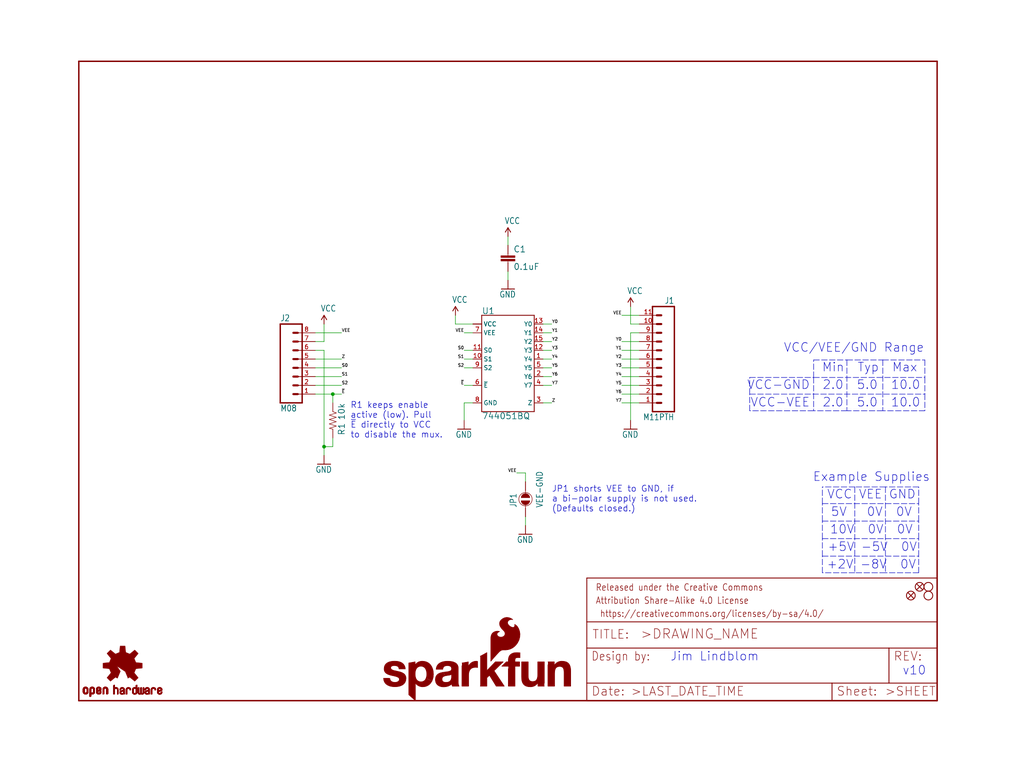
<source format=kicad_sch>
(kicad_sch (version 20211123) (generator eeschema)
  (paper "User" 297.002 223.926)
  (lib_symbols
    (symbol "eagleSchem-eagle-import:0.1UF-0603-25V-(+80{slash}-20%)"
      (property "Reference" "C" (at 1.524 2.921 0))
      (property "Value" "0.1UF-0603-25V-(+80{slash}-20%)" (at 1.524 -2.159 0))
      (symbol "0.1UF-0603-25V-(+80{slash}-20%)_1_0"
        (pin passive line (at 0 5.08 270) (length 2.54) (name "1") (number "1"))
        (pin passive line (at 0 -2.54 90) (length 2.54) (name "2") (number "2"))
      )
    )
    (symbol "eagleSchem-eagle-import:10KOHM-0603-1{slash}10W-1%"
      (property "Reference" "R" (at 0 1.524 0))
      (property "Value" "10KOHM-0603-1{slash}10W-1%" (at 0 -1.524 0))
      (symbol "10KOHM-0603-1{slash}10W-1%_1_0"
        (pin passive line (at -5.08 0 0) (length 2.54) (name "1") (number "1"))
        (pin passive line (at 5.08 0 180) (length 2.54) (name "2") (number "2"))
      )
    )
    (symbol "eagleSchem-eagle-import:744051BQ"
      (property "Reference" "U" (at -7.62 15.494 0))
      (property "Value" "744051BQ" (at -7.62 -12.954 0))
      (symbol "744051BQ_1_0"
        (pin bidirectional line (at 10.16 2.54 180) (length 2.54) (name "Y4") (number "1"))
        (pin bidirectional line (at -10.16 2.54 0) (length 2.54) (name "S1") (number "10"))
        (pin bidirectional line (at -10.16 5.08 0) (length 2.54) (name "S0") (number "11"))
        (pin bidirectional line (at 10.16 5.08 180) (length 2.54) (name "Y3") (number "12"))
        (pin bidirectional line (at 10.16 12.7 180) (length 2.54) (name "Y0") (number "13"))
        (pin bidirectional line (at 10.16 10.16 180) (length 2.54) (name "Y1") (number "14"))
        (pin bidirectional line (at 10.16 7.62 180) (length 2.54) (name "Y2") (number "15"))
        (pin bidirectional line (at -10.16 12.7 0) (length 2.54) (name "VCC") (number "16"))
        (pin bidirectional line (at 10.16 -2.54 180) (length 2.54) (name "Y6") (number "2"))
        (pin bidirectional line (at 10.16 -10.16 180) (length 2.54) (name "Z") (number "3"))
        (pin bidirectional line (at 10.16 -5.08 180) (length 2.54) (name "Y7") (number "4"))
        (pin bidirectional line (at 10.16 0 180) (length 2.54) (name "Y5") (number "5"))
        (pin bidirectional line (at -10.16 -5.08 0) (length 2.54) (name "~{E}") (number "6"))
        (pin bidirectional line (at -10.16 10.16 0) (length 2.54) (name "VEE") (number "7"))
        (pin bidirectional line (at -10.16 -10.16 0) (length 2.54) (name "GND") (number "8"))
        (pin bidirectional line (at -10.16 0 0) (length 2.54) (name "S2") (number "9"))
        (pin bidirectional line (at -10.16 12.7 0) (length 2.54) (name "VCC") (number "EP"))
      )
    )
    (symbol "eagleSchem-eagle-import:FIDUCIAL1X2")
    (symbol "eagleSchem-eagle-import:FRAME-LETTER"
      (symbol "FRAME-LETTER_2_0"
        (text " https://creativecommons.org/licenses/by-sa/4.0/" (at 2.54 24.13 0) (effects (font (size 1.9304 1.6408)) (justify left bottom)))
        (text ">DRAWING_NAME" (at 15.494 17.78 0) (effects (font (size 2.7432 2.7432)) (justify left bottom)))
        (text ">LAST_DATE_TIME" (at 12.7 1.27 0) (effects (font (size 2.54 2.54)) (justify left bottom)))
        (text ">SHEET" (at 86.36 1.27 0) (effects (font (size 2.54 2.54)) (justify left bottom)))
        (text "Attribution Share-Alike 4.0 License" (at 2.54 27.94 0) (effects (font (size 1.9304 1.6408)) (justify left bottom)))
        (text "Date:" (at 1.27 1.27 0) (effects (font (size 2.54 2.54)) (justify left bottom)))
        (text "Design by:" (at 1.27 11.43 0) (effects (font (size 2.54 2.159)) (justify left bottom)))
        (text "Released under the Creative Commons" (at 2.54 31.75 0) (effects (font (size 1.9304 1.6408)) (justify left bottom)))
        (text "REV:" (at 88.9 11.43 0) (effects (font (size 2.54 2.54)) (justify left bottom)))
        (text "Sheet:" (at 72.39 1.27 0) (effects (font (size 2.54 2.54)) (justify left bottom)))
        (text "TITLE:" (at 1.524 17.78 0) (effects (font (size 2.54 2.54)) (justify left bottom)))
      )
    )
    (symbol "eagleSchem-eagle-import:GND" (power)
      (property "Value" "GND" (at -2.54 -2.54 0))
      (symbol "GND_1_0"
        (pin power_in line (at 0 2.54 270) (length 2.54) (name "GND") (number "1"))
      )
    )
    (symbol "eagleSchem-eagle-import:JUMPER-PAD-2-NC_BY_PASTENO-SILK"
      (property "Reference" "JP" (at -2.54 2.54 0))
      (property "Value" "JUMPER-PAD-2-NC_BY_PASTENO-SILK" (at -2.54 -5.08 0))
      (symbol "JUMPER-PAD-2-NC_BY_PASTENO-SILK_1_0"
        (pin passive line (at -5.08 0 0) (length 2.54) (name "1") (number "1"))
        (pin passive line (at 5.08 0 180) (length 2.54) (name "2") (number "2"))
      )
    )
    (symbol "eagleSchem-eagle-import:M08"
      (property "Reference" "J" (at -5.08 13.462 0))
      (property "Value" "M08" (at -5.08 -12.7 0))
      (symbol "M08_1_0"
        (pin passive line (at 5.08 -7.62 180) (length 5.08) (name "1") (number "1"))
        (pin passive line (at 5.08 -5.08 180) (length 5.08) (name "2") (number "2"))
        (pin passive line (at 5.08 -2.54 180) (length 5.08) (name "3") (number "3"))
        (pin passive line (at 5.08 0 180) (length 5.08) (name "4") (number "4"))
        (pin passive line (at 5.08 2.54 180) (length 5.08) (name "5") (number "5"))
        (pin passive line (at 5.08 5.08 180) (length 5.08) (name "6") (number "6"))
        (pin passive line (at 5.08 7.62 180) (length 5.08) (name "7") (number "7"))
        (pin passive line (at 5.08 10.16 180) (length 5.08) (name "8") (number "8"))
      )
    )
    (symbol "eagleSchem-eagle-import:M11PTH"
      (property "Reference" "J" (at 0 16.002 0))
      (property "Value" "M11PTH" (at 0 -17.78 0))
      (symbol "M11PTH_1_0"
        (pin passive line (at 10.16 -12.7 180) (length 5.08) (name "1") (number "1"))
        (pin passive line (at 10.16 10.16 180) (length 5.08) (name "10") (number "10"))
        (pin passive line (at 10.16 12.7 180) (length 5.08) (name "11") (number "11"))
        (pin passive line (at 10.16 -10.16 180) (length 5.08) (name "2") (number "2"))
        (pin passive line (at 10.16 -7.62 180) (length 5.08) (name "3") (number "3"))
        (pin passive line (at 10.16 -5.08 180) (length 5.08) (name "4") (number "4"))
        (pin passive line (at 10.16 -2.54 180) (length 5.08) (name "5") (number "5"))
        (pin passive line (at 10.16 0 180) (length 5.08) (name "6") (number "6"))
        (pin passive line (at 10.16 2.54 180) (length 5.08) (name "7") (number "7"))
        (pin passive line (at 10.16 5.08 180) (length 5.08) (name "8") (number "8"))
        (pin passive line (at 10.16 7.62 180) (length 5.08) (name "9") (number "9"))
      )
    )
    (symbol "eagleSchem-eagle-import:OSHW-LOGOMINI")
    (symbol "eagleSchem-eagle-import:SFE_LOGO_FLAME.1_INCH")
    (symbol "eagleSchem-eagle-import:SFE_LOGO_NAME.1_INCH")
    (symbol "eagleSchem-eagle-import:STAND-OFF")
    (symbol "eagleSchem-eagle-import:VCC" (power)
      (property "Value" "VCC" (at -1.016 3.556 0))
      (symbol "VCC_1_0"
        (pin power_in line (at 0 0 90) (length 2.54) (name "VCC") (number "1"))
      )
    )
  )
  (junction (at 96.52 114.3))
  (junction (at 93.98 129.54))
  (wire (pts (xy 137.16 116.84) (xy 134.62 116.84)))
  (wire (pts (xy 185.42 109.22) (xy 180.34 109.22)))
  (wire (pts (xy 91.44 104.14) (xy 99.06 104.14)))
  (wire (pts (xy 185.42 111.76) (xy 180.34 111.76)))
  (wire (pts (xy 134.62 116.84) (xy 134.62 121.92)))
  (polyline (pts (xy 268.224 104.394) (xy 268.224 109.474)))
  (polyline (pts (xy 235.966 109.474) (xy 268.224 109.474)))
  (wire (pts (xy 132.08 93.98) (xy 132.08 91.44)))
  (polyline (pts (xy 256.032 104.394) (xy 256.032 119.126)))
  (wire (pts (xy 182.88 121.92) (xy 182.88 96.52)))
  (wire (pts (xy 157.48 116.84) (xy 160.02 116.84)))
  (wire (pts (xy 152.4 139.7) (xy 152.4 137.16)))
  (polyline (pts (xy 238.506 146.05) (xy 238.506 141.224)))
  (polyline (pts (xy 238.506 151.13) (xy 238.506 146.05)))
  (polyline (pts (xy 238.506 166.116) (xy 238.506 161.29)))
  (wire (pts (xy 147.32 81.28) (xy 147.32 78.74)))
  (polyline (pts (xy 238.506 146.05) (xy 266.446 146.05)))
  (wire (pts (xy 157.48 99.06) (xy 160.02 99.06)))
  (wire (pts (xy 91.44 114.3) (xy 96.52 114.3)))
  (polyline (pts (xy 266.446 141.224) (xy 256.794 141.224)))
  (polyline (pts (xy 238.506 161.29) (xy 238.506 156.21)))
  (polyline (pts (xy 217.424 109.474) (xy 235.966 109.474)))
  (wire (pts (xy 157.48 104.14) (xy 160.02 104.14)))
  (wire (pts (xy 185.42 101.6) (xy 180.34 101.6)))
  (polyline (pts (xy 245.618 104.394) (xy 245.618 119.126)))
  (polyline (pts (xy 245.618 119.126) (xy 235.966 119.126)))
  (wire (pts (xy 93.98 99.06) (xy 93.98 93.98)))
  (wire (pts (xy 91.44 96.52) (xy 99.06 96.52)))
  (wire (pts (xy 152.4 137.16) (xy 149.86 137.16)))
  (polyline (pts (xy 268.224 109.474) (xy 268.224 114.3)))
  (wire (pts (xy 185.42 99.06) (xy 180.34 99.06)))
  (wire (pts (xy 137.16 101.6) (xy 134.62 101.6)))
  (wire (pts (xy 93.98 129.54) (xy 96.52 129.54)))
  (polyline (pts (xy 238.506 156.21) (xy 266.446 156.21)))
  (wire (pts (xy 93.98 101.6) (xy 93.98 129.54)))
  (polyline (pts (xy 266.446 156.21) (xy 266.446 151.13)))
  (wire (pts (xy 185.42 91.44) (xy 180.34 91.44)))
  (polyline (pts (xy 235.966 109.474) (xy 235.966 104.394)))
  (polyline (pts (xy 235.966 104.394) (xy 245.618 104.394)))
  (polyline (pts (xy 266.446 166.116) (xy 256.794 166.116)))
  (wire (pts (xy 137.16 96.52) (xy 134.62 96.52)))
  (polyline (pts (xy 247.904 141.224) (xy 247.904 166.116)))
  (wire (pts (xy 137.16 111.76) (xy 134.62 111.76)))
  (wire (pts (xy 91.44 106.68) (xy 99.06 106.68)))
  (wire (pts (xy 185.42 104.14) (xy 180.34 104.14)))
  (polyline (pts (xy 266.446 146.05) (xy 266.446 141.224)))
  (polyline (pts (xy 256.032 119.126) (xy 245.618 119.126)))
  (polyline (pts (xy 256.794 141.224) (xy 247.904 141.224)))
  (polyline (pts (xy 266.446 151.13) (xy 266.446 146.05)))
  (wire (pts (xy 182.88 93.98) (xy 182.88 88.9)))
  (wire (pts (xy 96.52 129.54) (xy 96.52 127)))
  (wire (pts (xy 91.44 111.76) (xy 99.06 111.76)))
  (polyline (pts (xy 247.904 166.116) (xy 238.506 166.116)))
  (polyline (pts (xy 268.224 114.3) (xy 268.224 119.126)))
  (wire (pts (xy 137.16 106.68) (xy 134.62 106.68)))
  (wire (pts (xy 147.32 68.58) (xy 147.32 71.12)))
  (polyline (pts (xy 256.794 166.116) (xy 247.904 166.116)))
  (wire (pts (xy 157.48 111.76) (xy 160.02 111.76)))
  (polyline (pts (xy 235.966 119.126) (xy 217.424 119.126)))
  (polyline (pts (xy 217.424 114.3) (xy 268.224 114.3)))
  (wire (pts (xy 185.42 93.98) (xy 182.88 93.98)))
  (polyline (pts (xy 256.032 104.394) (xy 268.224 104.394)))
  (polyline (pts (xy 268.224 119.126) (xy 256.032 119.126)))
  (wire (pts (xy 157.48 109.22) (xy 160.02 109.22)))
  (wire (pts (xy 91.44 109.22) (xy 99.06 109.22)))
  (wire (pts (xy 157.48 96.52) (xy 160.02 96.52)))
  (polyline (pts (xy 238.506 156.21) (xy 238.506 151.13)))
  (polyline (pts (xy 238.506 161.29) (xy 266.446 161.29)))
  (wire (pts (xy 157.48 101.6) (xy 160.02 101.6)))
  (wire (pts (xy 152.4 152.4) (xy 152.4 149.86)))
  (polyline (pts (xy 266.446 166.116) (xy 266.446 161.29)))
  (wire (pts (xy 137.16 104.14) (xy 134.62 104.14)))
  (polyline (pts (xy 245.618 104.394) (xy 256.032 104.394)))
  (wire (pts (xy 91.44 99.06) (xy 93.98 99.06)))
  (polyline (pts (xy 217.424 114.3) (xy 217.424 109.474)))
  (polyline (pts (xy 238.506 151.13) (xy 266.446 151.13)))
  (wire (pts (xy 185.42 96.52) (xy 182.88 96.52)))
  (wire (pts (xy 185.42 116.84) (xy 180.34 116.84)))
  (wire (pts (xy 91.44 101.6) (xy 93.98 101.6)))
  (wire (pts (xy 157.48 106.68) (xy 160.02 106.68)))
  (polyline (pts (xy 266.446 161.29) (xy 266.446 156.21)))
  (wire (pts (xy 185.42 106.68) (xy 180.34 106.68)))
  (wire (pts (xy 96.52 114.3) (xy 99.06 114.3)))
  (wire (pts (xy 185.42 114.3) (xy 180.34 114.3)))
  (wire (pts (xy 157.48 93.98) (xy 160.02 93.98)))
  (wire (pts (xy 137.16 93.98) (xy 132.08 93.98)))
  (polyline (pts (xy 235.966 109.474) (xy 235.966 119.126)))
  (polyline (pts (xy 217.424 119.126) (xy 217.424 114.3)))
  (wire (pts (xy 93.98 129.54) (xy 93.98 132.08)))
  (polyline (pts (xy 256.794 141.224) (xy 256.794 166.116)))
  (wire (pts (xy 96.52 116.84) (xy 96.52 114.3)))
  (polyline (pts (xy 247.904 141.224) (xy 238.506 141.224)))
  (text "VCC-GND" (at 234.95 111.76 180) (effects (font (size 2.54 2.54)) (justify right)))
  (text "VCC-VEE" (at 234.95 116.84 180) (effects (font (size 2.54 2.54)) (justify right)))
  (text "+2V -8V  0V" (at 252.73 163.83 180) (effects (font (size 2.54 2.54))))
  (text "+5V -5V  0V" (at 252.984 158.75 180) (effects (font (size 2.54 2.54))))
  (text "JP1 shorts VEE to GND, if\na bi-polar supply is not used.\n(Defaults closed.)" (at 160.02 144.78 0) (effects (font (size 1.778 1.778)) (justify left)))
  (text "Example Supplies" (at 252.73 138.43 180) (effects (font (size 2.54 2.54))))
  (text "2.0  5.0  10.0" (at 252.73 116.84 180) (effects (font (size 2.54 2.54))))
  (text "10V  0V  0V" (at 252.73 153.67 180) (effects (font (size 2.54 2.54))))
  (text "Min  Typ  Max" (at 252.222 106.68 180) (effects (font (size 2.54 2.54))))
  (text "5V   0V  0V" (at 252.73 148.59 180) (effects (font (size 2.54 2.54))))
  (text "2.0  5.0  10.0" (at 252.73 111.76 180) (effects (font (size 2.54 2.54))))
  (text "VCC/VEE/GND Range" (at 247.65 100.965 180) (effects (font (size 2.54 2.54))))
  (text "VCC VEE GND" (at 252.73 143.51 180) (effects (font (size 2.54 2.54))))
  (text "v10" (at 265.176 194.564 180) (effects (font (size 2.54 2.54))))
  (text "R1 keeps enable\nactive (low). Pull\n~{E} directly to VCC\nto disable the mux." (at 101.6 121.92 0) (effects (font (size 1.778 1.778)) (justify left)))
  (text "Jim Lindblom" (at 207.264 190.5 180) (effects (font (size 2.54 2.54))))
  (label "VEE" (at 99.06 96.52 0) (effects (font (size 0.889 0.889))))
  (label "~{E}" (at 134.62 111.76 180) (effects (font (size 0.889 0.889))))
  (label "S1" (at 134.62 104.14 180) (effects (font (size 0.889 0.889))))
  (label "S2" (at 99.06 111.76 0) (effects (font (size 0.889 0.889))))
  (label "Y1" (at 160.02 96.52 0) (effects (font (size 0.889 0.889))))
  (label "Y7" (at 180.34 116.84 180) (effects (font (size 0.889 0.889))))
  (label "S0" (at 99.06 106.68 0) (effects (font (size 0.889 0.889))))
  (label "Y3" (at 180.34 106.68 180) (effects (font (size 0.889 0.889))))
  (label "Z" (at 160.02 116.84 0) (effects (font (size 0.889 0.889))))
  (label "S0" (at 134.62 101.6 180) (effects (font (size 0.889 0.889))))
  (label "Y4" (at 160.02 104.14 0) (effects (font (size 0.889 0.889))))
  (label "VEE" (at 134.62 96.52 180) (effects (font (size 0.889 0.889))))
  (label "Y0" (at 160.02 93.98 0) (effects (font (size 0.889 0.889))))
  (label "~{E}" (at 99.06 114.3 0) (effects (font (size 0.889 0.889))))
  (label "Z" (at 99.06 104.14 0) (effects (font (size 0.889 0.889))))
  (label "Y6" (at 160.02 109.22 0) (effects (font (size 0.889 0.889))))
  (label "Y4" (at 180.34 109.22 180) (effects (font (size 0.889 0.889))))
  (label "Y5" (at 180.34 111.76 180) (effects (font (size 0.889 0.889))))
  (label "VEE" (at 149.86 137.16 180) (effects (font (size 0.889 0.889))))
  (label "S2" (at 134.62 106.68 180) (effects (font (size 0.889 0.889))))
  (label "Y3" (at 160.02 101.6 0) (effects (font (size 0.889 0.889))))
  (label "Y0" (at 180.34 99.06 180) (effects (font (size 0.889 0.889))))
  (label "Y2" (at 180.34 104.14 180) (effects (font (size 0.889 0.889))))
  (label "Y5" (at 160.02 106.68 0) (effects (font (size 0.889 0.889))))
  (label "Y7" (at 160.02 111.76 0) (effects (font (size 0.889 0.889))))
  (label "Y2" (at 160.02 99.06 0) (effects (font (size 0.889 0.889))))
  (label "Y1" (at 180.34 101.6 180) (effects (font (size 0.889 0.889))))
  (label "S1" (at 99.06 109.22 0) (effects (font (size 0.889 0.889))))
  (label "Y6" (at 180.34 114.3 180) (effects (font (size 0.889 0.889))))
  (label "VEE" (at 180.34 91.44 180) (effects (font (size 0.889 0.889))))
  (symbol (lib_id "eagleSchem-eagle-import:GND") (at 147.32 83.82 0) (unit 1)
    (property "Reference" "#GND1" (effects hide))
    (property "Value" "GND" (at 144.78 86.36 0) (effects (font (size 1.778 1.5113)) (justify left bottom)))
    (property "Footprint" "eagleSchem:" (effects hide))
  )
  (symbol (lib_id "eagleSchem-eagle-import:GND") (at 182.88 124.46 0) (unit 1)
    (property "Reference" "#GND3" (effects hide))
    (property "Value" "GND" (at 180.34 127 0) (effects (font (size 1.778 1.5113)) (justify left bottom)))
    (property "Footprint" "eagleSchem:" (effects hide))
  )
  (symbol (lib_id "eagleSchem-eagle-import:OSHW-LOGOMINI") (at 35.56 193.04 0) (unit 1)
    (property "Reference" "LOGO2" (effects hide))
    (property "Value" "OSHW-LOGOMINI" (effects hide))
    (property "Footprint" "eagleSchem:OSHW-LOGO-MINI" (effects hide))
  )
  (symbol (lib_id "eagleSchem-eagle-import:744051BQ") (at 147.32 106.68 0) (unit 1)
    (property "Reference" "U1" (at 139.7 91.186 0) (effects (font (size 1.778 1.778)) (justify left bottom)))
    (property "Value" "744051BQ" (at 139.7 119.634 0) (effects (font (size 1.778 1.778)) (justify left top)))
    (property "Footprint" "eagleSchem:DHVQFN-16-2.5X3.5MM" (effects hide))
  )
  (symbol (lib_id "eagleSchem-eagle-import:GND") (at 152.4 154.94 0) (unit 1)
    (property "Reference" "#GND6" (effects hide))
    (property "Value" "GND" (at 149.86 157.48 0) (effects (font (size 1.778 1.5113)) (justify left bottom)))
    (property "Footprint" "eagleSchem:" (effects hide))
  )
  (symbol (lib_id "eagleSchem-eagle-import:SFE_LOGO_FLAME.1_INCH") (at 141.986 192.278 0) (unit 1)
    (property "Reference" "LOGO1" (effects hide))
    (property "Value" "SFE_LOGO_FLAME.1_INCH" (effects hide))
    (property "Footprint" "eagleSchem:SFE_LOGO_FLAME_.1" (effects hide))
  )
  (symbol (lib_id "eagleSchem-eagle-import:FRAME-LETTER") (at 22.86 203.2 0) (unit 1)
    (property "Reference" "FRAME1" (effects hide))
    (property "Value" "FRAME-LETTER" (effects hide))
    (property "Footprint" "eagleSchem:CREATIVE_COMMONS" (effects hide))
  )
  (symbol (lib_id "eagleSchem-eagle-import:JUMPER-PAD-2-NC_BY_PASTENO-SILK") (at 152.4 144.78 90) (unit 1)
    (property "Reference" "JP1" (at 149.86 147.32 0) (effects (font (size 1.778 1.5113)) (justify left bottom)))
    (property "Value" "VEE-GND" (at 157.48 147.32 0) (effects (font (size 1.778 1.5113)) (justify left bottom)))
    (property "Footprint" "eagleSchem:PAD-JUMPER-2-NC_BY_PASTE_NO_SILK" (effects hide))
  )
  (symbol (lib_id "eagleSchem-eagle-import:STAND-OFF") (at 269.24 170.18 0) (unit 1)
    (property "Reference" "H1" (effects hide))
    (property "Value" "STAND-OFF" (effects hide))
    (property "Footprint" "eagleSchem:STAND-OFF" (effects hide))
  )
  (symbol (lib_id "eagleSchem-eagle-import:SFE_LOGO_NAME.1_INCH") (at 109.22 203.2 0) (unit 1)
    (property "Reference" "LOGO3" (effects hide))
    (property "Value" "SFE_LOGO_NAME.1_INCH" (effects hide))
    (property "Footprint" "eagleSchem:SFE_LOGO_NAME_.1" (effects hide))
  )
  (symbol (lib_id "eagleSchem-eagle-import:M11PTH") (at 195.58 104.14 0) (mirror y) (unit 1)
    (property "Reference" "J1" (at 195.58 88.138 0) (effects (font (size 1.778 1.5113)) (justify left bottom)))
    (property "Value" "M11PTH" (at 195.58 121.92 0) (effects (font (size 1.778 1.5113)) (justify left bottom)))
    (property "Footprint" "eagleSchem:1X11" (effects hide))
  )
  (symbol (lib_id "eagleSchem-eagle-import:GND") (at 93.98 134.62 0) (unit 1)
    (property "Reference" "#GND4" (effects hide))
    (property "Value" "GND" (at 91.44 137.16 0) (effects (font (size 1.778 1.5113)) (justify left bottom)))
    (property "Footprint" "eagleSchem:" (effects hide))
  )
  (symbol (lib_id "eagleSchem-eagle-import:0.1UF-0603-25V-(+80{slash}-20%)") (at 147.32 76.2 0) (unit 1)
    (property "Reference" "C1" (at 148.844 73.279 0) (effects (font (size 1.778 1.778)) (justify left bottom)))
    (property "Value" "0.1uF" (at 148.844 78.359 0) (effects (font (size 1.778 1.778)) (justify left bottom)))
    (property "Footprint" "eagleSchem:0603" (effects hide))
  )
  (symbol (lib_id "eagleSchem-eagle-import:M08") (at 86.36 106.68 0) (unit 1)
    (property "Reference" "J2" (at 81.28 93.218 0) (effects (font (size 1.778 1.5113)) (justify left bottom)))
    (property "Value" "M08" (at 81.28 119.38 0) (effects (font (size 1.778 1.5113)) (justify left bottom)))
    (property "Footprint" "eagleSchem:1X08_ROUND" (effects hide))
  )
  (symbol (lib_id "eagleSchem-eagle-import:VCC") (at 132.08 91.44 0) (unit 1)
    (property "Reference" "#SUPPLY3" (effects hide))
    (property "Value" "VCC" (at 131.064 87.884 0) (effects (font (size 1.778 1.5113)) (justify left bottom)))
    (property "Footprint" "eagleSchem:" (effects hide))
  )
  (symbol (lib_id "eagleSchem-eagle-import:10KOHM-0603-1{slash}10W-1%") (at 96.52 121.92 270) (unit 1)
    (property "Reference" "R1" (at 98.044 124.46 0) (effects (font (size 1.778 1.778)) (justify bottom)))
    (property "Value" "10k" (at 98.044 119.38 0) (effects (font (size 1.778 1.778)) (justify bottom)))
    (property "Footprint" "eagleSchem:0603" (effects hide))
  )
  (symbol (lib_id "eagleSchem-eagle-import:VCC") (at 147.32 68.58 0) (unit 1)
    (property "Reference" "#SUPPLY1" (effects hide))
    (property "Value" "VCC" (at 146.304 65.024 0) (effects (font (size 1.778 1.5113)) (justify left bottom)))
    (property "Footprint" "eagleSchem:" (effects hide))
  )
  (symbol (lib_id "eagleSchem-eagle-import:GND") (at 134.62 124.46 0) (unit 1)
    (property "Reference" "#GND2" (effects hide))
    (property "Value" "GND" (at 132.08 127 0) (effects (font (size 1.778 1.5113)) (justify left bottom)))
    (property "Footprint" "eagleSchem:" (effects hide))
  )
  (symbol (lib_id "eagleSchem-eagle-import:FIDUCIAL1X2") (at 264.16 172.72 0) (unit 1)
    (property "Reference" "FD2" (effects hide))
    (property "Value" "FIDUCIAL1X2" (effects hide))
    (property "Footprint" "eagleSchem:FIDUCIAL-1X2" (effects hide))
  )
  (symbol (lib_id "eagleSchem-eagle-import:FRAME-LETTER") (at 170.18 203.2 0) (unit 2)
    (property "Reference" "FRAME1" (effects hide))
    (property "Value" "FRAME-LETTER" (effects hide))
    (property "Footprint" "eagleSchem:CREATIVE_COMMONS" (effects hide))
  )
  (symbol (lib_id "eagleSchem-eagle-import:VCC") (at 93.98 93.98 0) (unit 1)
    (property "Reference" "#SUPPLY4" (effects hide))
    (property "Value" "VCC" (at 92.964 90.424 0) (effects (font (size 1.778 1.5113)) (justify left bottom)))
    (property "Footprint" "eagleSchem:" (effects hide))
  )
  (symbol (lib_id "eagleSchem-eagle-import:STAND-OFF") (at 269.24 172.72 0) (unit 1)
    (property "Reference" "H2" (effects hide))
    (property "Value" "STAND-OFF" (effects hide))
    (property "Footprint" "eagleSchem:STAND-OFF" (effects hide))
  )
  (symbol (lib_id "eagleSchem-eagle-import:VCC") (at 182.88 88.9 0) (unit 1)
    (property "Reference" "#SUPPLY2" (effects hide))
    (property "Value" "VCC" (at 181.864 85.344 0) (effects (font (size 1.778 1.5113)) (justify left bottom)))
    (property "Footprint" "eagleSchem:" (effects hide))
  )
  (symbol (lib_id "eagleSchem-eagle-import:FIDUCIAL1X2") (at 266.7 170.18 0) (unit 1)
    (property "Reference" "FD1" (effects hide))
    (property "Value" "FIDUCIAL1X2" (effects hide))
    (property "Footprint" "eagleSchem:FIDUCIAL-1X2" (effects hide))
  )
)
</source>
